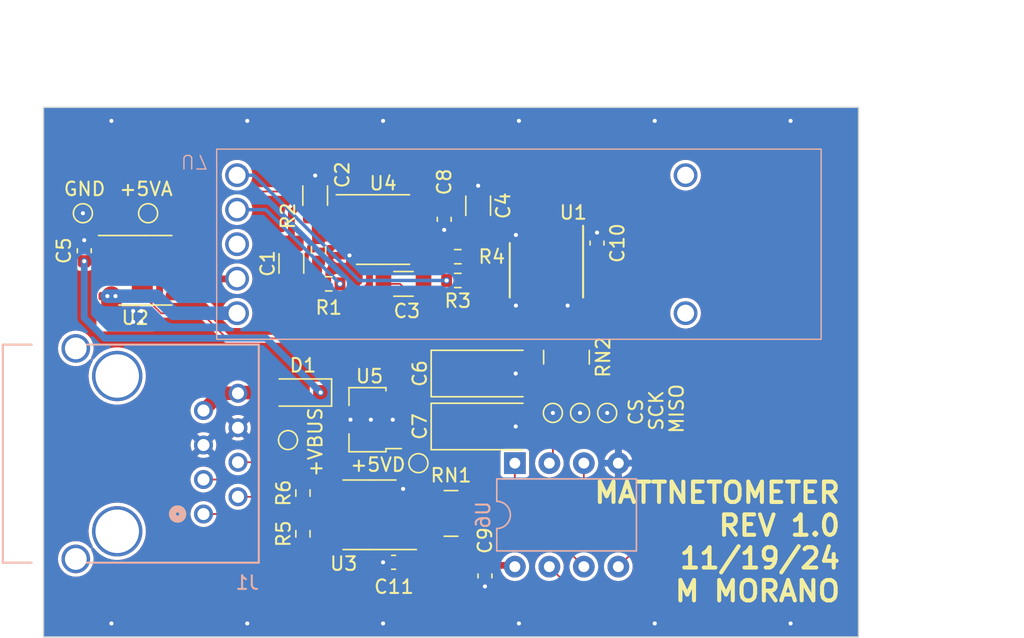
<source format=kicad_pcb>
(kicad_pcb (version 20221018) (generator pcbnew)
  (title_block (title "Magnetometer") (date "2024-07-17") (rev "1.0") (company "M Morano"))
  (layers (0 "F.Cu" signal) (31 "B.Cu" signal) (34 "B.Paste" user) (35 "F.Paste" user) (36 "B.SilkS" user "B.Silkscreen") (37 "F.SilkS" user "F.Silkscreen") (38 "B.Mask" user) (39 "F.Mask" user) (44 "Edge.Cuts" user))
  (net 0 "")
  (net 1 "VBUS")
  (net 2 "Net-(C1-Pad2)")
  (net 3 "Net-(U1-REF-)")
  (net 4 "GNDA")
  (net 5 "Net-(U7-OUT+)")
  (net 6 "+5VD")
  (net 7 "/DI")
  (net 8 "/SCK")
  (net 9 "/DO")
  (net 10 "/~{CS}")
  (net 11 "Net-(U4A-+)")
  (net 12 "Net-(U1-IN+)")
  (net 13 "Net-(C3-Pad2)")
  (net 14 "/RX")
  (net 15 "Net-(RN1B-R2.1)")
  (net 16 "Net-(U4B-+)")
  (net 17 "Net-(U1-IN-)")
  (net 18 "Net-(U7-OUT-)")
  (net 20 "/+5VA    ")
  (net 26 "/A")
  (net 27 "/B")
  (net 28 "/Z")
  (net 29 "/Y")
  (net 32 "Net-(D1-A)")
  (net 35 "Net-(RN2C-R3.2)")
  (net 36 "Net-(RN2B-R2.2)")
  (net 37 "Net-(RN2A-R1.2)")
  (net 38 "Net-(RN1C-R3.1)")
  (net 39 "Net-(RN1A-R1.2)")
  (footprint "TestPoint:TestPoint_Pad_D1.0mm" (layer "F.Cu") (at 169.5 83.5)
    (fp_text reference "TP2" hide)
    (fp_text value "SCK")
    (pad "1" smd circle locked (at 0 0) (size 1 1) (layers "F.Cu" "F.Mask") (net 8 "/SCK"))
  )
  (footprint "Capacitor_SMD:C_1206_3216Metric" (layer "F.Cu") (at 162 68.25 -90)
    (fp_text reference "C4" (at 0 -1.85 90) (layer "F.SilkS"))
    (fp_text value "470n")
    (pad "1" smd roundrect locked (at -1.475 0 270) (size 1.15 1.8) (layers "F.Cu" "F.Paste" "F.Mask") (roundrect_rratio 0.2173913043) (net 4 "GNDA"))
    (pad "2" smd roundrect locked (at 1.475 0 270) (size 1.15 1.8) (layers "F.Cu" "F.Paste" "F.Mask") (roundrect_rratio 0.2173913043) (net 16 "Net-(U4B-+)"))
  )
  (footprint "Resistor_SMD:R_Array_Convex_4x0603" (layer "F.Cu") (at 160 90.9)
    (fp_text reference "RN1" (at 0 -2.8) (layer "F.SilkS"))
    (fp_text value "1k")
    (pad "1" smd rect locked (at -0.9 -1.2) (size 0.8 0.5) (layers "F.Cu" "F.Paste" "F.Mask") (net 6 "+5VD"))
    (pad "2" smd rect locked (at -0.9 -0.4) (size 0.8 0.4) (layers "F.Cu" "F.Paste" "F.Mask") (net 15 "Net-(RN1B-R2.1)"))
    (pad "3" smd rect locked (at -0.9 0.4) (size 0.8 0.4) (layers "F.Cu" "F.Paste" "F.Mask") (net 38 "Net-(RN1C-R3.1)"))
    (pad "4" smd rect locked (at -0.9 1.2) (size 0.8 0.5) (layers "F.Cu" "F.Paste" "F.Mask"))
    (pad "5" smd rect locked (at 0.9 1.2) (size 0.8 0.5) (layers "F.Cu" "F.Paste" "F.Mask"))
    (pad "6" smd rect locked (at 0.9 0.4) (size 0.8 0.4) (layers "F.Cu" "F.Paste" "F.Mask") (net 14 "/RX"))
    (pad "7" smd rect locked (at 0.9 -0.4) (size 0.8 0.4) (layers "F.Cu" "F.Paste" "F.Mask") (net 9 "/DO"))
    (pad "8" smd rect locked (at 0.9 -1.2) (size 0.8 0.5) (layers "F.Cu" "F.Paste" "F.Mask") (net 39 "Net-(RN1A-R1.2)"))
  )
  (footprint "TestPoint:TestPoint_Pad_D1.0mm" (layer "F.Cu") (at 157.6 87.2)
    (fp_text reference "TP7" hide)
    (fp_text value "+5VD")
    (pad "1" smd circle locked (at 0 0) (size 1 1) (layers "F.Cu" "F.Mask") (net 6 "+5VD"))
  )
  (footprint "TestPoint:TestPoint_Pad_D1.0mm" (layer "F.Cu") (at 132.9 68.8)
    (fp_text reference "TP6" hide)
    (fp_text value "GND")
    (pad "1" smd circle locked (at 0 0) (size 1 1) (layers "F.Cu" "F.Mask") (net 4 "GNDA"))
  )
  (footprint "Resistor_SMD:R_0603_1608Metric" (layer "F.Cu") (at 149.1 89.4 90)
    (fp_text reference "R6" (at 0 -1.43 90) (layer "F.SilkS"))
    (fp_text value "120")
    (pad "1" smd roundrect locked (at -0.825 0 90) (size 0.8 0.95) (layers "F.Cu" "F.Paste" "F.Mask") (net 28 "/Z"))
    (pad "2" smd roundrect locked (at 0.825 0 90) (size 0.8 0.95) (layers "F.Cu" "F.Paste" "F.Mask") (net 29 "/Y"))
  )
  (footprint "Capacitor_SMD:C_0603_1608Metric" (layer "F.Cu") (at 155.775 94.5 180)
    (fp_text reference "C11" (at -0.025 -1.8) (layer "F.SilkS"))
    (fp_text value "100n")
    (pad "1" smd roundrect locked (at -0.775 0 180) (size 0.9 0.95) (layers "F.Cu" "F.Paste" "F.Mask") (net 6 "+5VD"))
    (pad "2" smd roundrect locked (at 0.775 0 180) (size 0.9 0.95) (layers "F.Cu" "F.Paste" "F.Mask") (net 4 "GNDA"))
  )
  (footprint "Capacitor_SMD:C_1206_3216Metric" (layer "F.Cu") (at 150 67.5 90)
    (fp_text reference "C2" (at 1.525 2 90) (layer "F.SilkS"))
    (fp_text value "470n")
    (pad "1" smd roundrect locked (at -1.475 0 90) (size 1.15 1.8) (layers "F.Cu" "F.Paste" "F.Mask") (roundrect_rratio 0.2173913043) (net 11 "Net-(U4A-+)"))
    (pad "2" smd roundrect locked (at 1.475 0 90) (size 1.15 1.8) (layers "F.Cu" "F.Paste" "F.Mask") (roundrect_rratio 0.2173913043) (net 4 "GNDA"))
  )
  (footprint "Capacitor_SMD:C_1206_3216Metric" (layer "F.Cu") (at 156.5 74)
    (fp_text reference "C3" (at 0.25 2) (layer "F.SilkS"))
    (fp_text value "470n")
    (pad "1" smd roundrect locked (at -1.475 0) (size 1.15 1.8) (layers "F.Cu" "F.Paste" "F.Mask") (roundrect_rratio 0.2173913043) (net 12 "Net-(U1-IN+)"))
    (pad "2" smd roundrect locked (at 1.475 0) (size 1.15 1.8) (layers "F.Cu" "F.Paste" "F.Mask") (roundrect_rratio 0.2173913043) (net 13 "Net-(C3-Pad2)"))
  )
  (footprint "TestPoint:TestPoint_Pad_D1.0mm" (layer "F.Cu") (at 167.5 83.5)
    (fp_text reference "TP1" hide)
    (fp_text value "~{CS}")
    (pad "1" smd circle locked (at 0 0) (size 1 1) (layers "F.Cu" "F.Mask") (net 10 "/~{CS}"))
  )
  (footprint "Resistor_SMD:R_0603_1608Metric" (layer "F.Cu") (at 150.25 71.5 90)
    (fp_text reference "R2" (at 2.5 -2.25 90) (layer "F.SilkS"))
    (fp_text value "330k")
    (pad "1" smd roundrect locked (at -0.825 0 90) (size 0.8 0.95) (layers "F.Cu" "F.Paste" "F.Mask") (net 2 "Net-(C1-Pad2)"))
    (pad "2" smd roundrect locked (at 0.825 0 90) (size 0.8 0.95) (layers "F.Cu" "F.Paste" "F.Mask") (net 11 "Net-(U4A-+)"))
  )
  (footprint "Package_SO:SSOP-16_3.9x4.9mm_P0.635mm" (layer "F.Cu") (at 167 73 -90)
    (fp_text reference "U1" (at -4.25 -2 -180) (layer "F.SilkS"))
    (fp_text value "LTC2410")
    (pad "1" smd rect locked (at -2.6 -2.2225 270) (size 1.2 0.4) (layers "F.Cu" "F.Paste" "F.Mask") (net 4 "GNDA"))
    (pad "2" smd rect locked (at -2.6 -1.5875 270) (size 1.2 0.4) (layers "F.Cu" "F.Paste" "F.Mask") (net 6 "+5VD"))
    (pad "3" smd rect locked (at -2.6 -0.9525 270) (size 1.2 0.4) (layers "F.Cu" "F.Paste" "F.Mask") (net 20 "/+5VA    "))
    (pad "4" smd rect locked (at -2.6 -0.3175 270) (size 1.2 0.4) (layers "F.Cu" "F.Paste" "F.Mask") (net 3 "Net-(U1-REF-)"))
    (pad "5" smd rect locked (at -2.6 0.3175 270) (size 1.2 0.4) (layers "F.Cu" "F.Paste" "F.Mask") (net 12 "Net-(U1-IN+)"))
    (pad "6" smd rect locked (at -2.6 0.9525 270) (size 1.2 0.4) (layers "F.Cu" "F.Paste" "F.Mask") (net 17 "Net-(U1-IN-)"))
    (pad "7" smd rect locked (at -2.6 1.5875 270) (size 1.2 0.4) (layers "F.Cu" "F.Paste" "F.Mask") (net 4 "GNDA"))
    (pad "8" smd rect locked (at -2.6 2.2225 270) (size 1.2 0.4) (layers "F.Cu" "F.Paste" "F.Mask") (net 4 "GNDA"))
    (pad "9" smd rect locked (at 2.6 2.2225 270) (size 1.2 0.4) (layers "F.Cu" "F.Paste" "F.Mask") (net 4 "GNDA"))
    (pad "10" smd rect locked (at 2.6 1.5875 270) (size 1.2 0.4) (layers "F.Cu" "F.Paste" "F.Mask") (net 4 "GNDA"))
    (pad "11" smd rect locked (at 2.6 0.9525 270) (size 1.2 0.4) (layers "F.Cu" "F.Paste" "F.Mask") (net 37 "Net-(RN2A-R1.2)"))
    (pad "12" smd rect locked (at 2.6 0.3175 270) (size 1.2 0.4) (layers "F.Cu" "F.Paste" "F.Mask") (net 36 "Net-(RN2B-R2.2)"))
    (pad "13" smd rect locked (at 2.6 -0.3175 270) (size 1.2 0.4) (layers "F.Cu" "F.Paste" "F.Mask") (net 35 "Net-(RN2C-R3.2)"))
    (pad "14" smd rect locked (at 2.6 -0.9525 270) (size 1.2 0.4) (layers "F.Cu" "F.Paste" "F.Mask") (net 4 "GNDA"))
    (pad "15" smd rect locked (at 2.6 -1.5875 270) (size 1.2 0.4) (layers "F.Cu" "F.Paste" "F.Mask") (net 4 "GNDA"))
    (pad "16" smd rect locked (at 2.6 -2.2225 270) (size 1.2 0.4) (layers "F.Cu" "F.Paste" "F.Mask") (net 4 "GNDA"))
  )
  (footprint "Capacitor_SMD:C_0603_1608Metric" (layer "F.Cu") (at 133 71.56 90)
    (fp_text reference "C5" (at 0 -1.5 90) (layer "F.SilkS"))
    (fp_text value "0.1u")
    (pad "1" smd roundrect locked (at -0.775 0 90) (size 0.9 0.95) (layers "F.Cu" "F.Paste" "F.Mask") (net 1 "VBUS"))
    (pad "2" smd roundrect locked (at 0.775 0 90) (size 0.9 0.95) (layers "F.Cu" "F.Paste" "F.Mask") (net 4 "GNDA"))
  )
  (footprint "Capacitor_Tantalum_SMD:CP_EIA-6032-28_Kemet-C" (layer "F.Cu") (at 162.3 84.5)
    (fp_text reference "C7" (at -4.6 0 90) (layer "F.SilkS"))
    (fp_text value "47u")
    (pad "1" smd roundrect locked (at -2.4625 0) (size 2.075 2.35) (layers "F.Cu" "F.Paste" "F.Mask") (roundrect_rratio 0.1204819277) (net 6 "+5VD"))
    (pad "2" smd roundrect locked (at 2.4625 0) (size 2.075 2.35) (layers "F.Cu" "F.Paste" "F.Mask") (roundrect_rratio 0.1204819277) (net 4 "GNDA"))
  )
  (footprint "Package_SO:SOIC-8_3.9x4.9mm_P1.27mm" (layer "F.Cu") (at 154 91 180)
    (fp_text reference "U3" (at 1.9 -3.6) (layer "F.SilkS"))
    (fp_text value "SN75179B")
    (pad "1" smd roundrect locked (at -2.475 -1.905 180) (size 1.95 0.6) (layers "F.Cu" "F.Paste" "F.Mask") (net 6 "+5VD"))
    (pad "2" smd roundrect locked (at -2.475 -0.635 180) (size 1.95 0.6) (layers "F.Cu" "F.Paste" "F.Mask") (net 38 "Net-(RN1C-R3.1)"))
    (pad "3" smd roundrect locked (at -2.475 0.635 180) (size 1.95 0.6) (layers "F.Cu" "F.Paste" "F.Mask") (net 15 "Net-(RN1B-R2.1)"))
    (pad "4" smd roundrect locked (at -2.475 1.905 180) (size 1.95 0.6) (layers "F.Cu" "F.Paste" "F.Mask") (net 4 "GNDA"))
    (pad "5" smd roundrect locked (at 2.475 1.905 180) (size 1.95 0.6) (layers "F.Cu" "F.Paste" "F.Mask") (net 29 "/Y"))
    (pad "6" smd roundrect locked (at 2.475 0.635 180) (size 1.95 0.6) (layers "F.Cu" "F.Paste" "F.Mask") (net 28 "/Z"))
    (pad "7" smd roundrect locked (at 2.475 -0.635 180) (size 1.95 0.6) (layers "F.Cu" "F.Paste" "F.Mask") (net 27 "/B"))
    (pad "8" smd roundrect locked (at 2.475 -1.905 180) (size 1.95 0.6) (layers "F.Cu" "F.Paste" "F.Mask") (net 26 "/A"))
  )
  (footprint "Resistor_SMD:R_0603_1608Metric" (layer "F.Cu") (at 151 74 180)
    (fp_text reference "R1" (at 0 -1.75) (layer "F.SilkS"))
    (fp_text value "330k")
    (pad "1" smd roundrect locked (at -0.825 0 180) (size 0.8 0.95) (layers "F.Cu" "F.Paste" "F.Mask") (net 18 "Net-(U7-OUT-)"))
    (pad "2" smd roundrect locked (at 0.825 0 180) (size 0.8 0.95) (layers "F.Cu" "F.Paste" "F.Mask") (net 2 "Net-(C1-Pad2)"))
  )
  (footprint "Capacitor_SMD:C_1206_3216Metric" (layer "F.Cu") (at 148.25 72.5 -90)
    (fp_text reference "C1" (at 0 1.75 90) (layer "F.SilkS"))
    (fp_text value "470n")
    (pad "1" smd roundrect locked (at -1.475 0 270) (size 1.15 1.8) (layers "F.Cu" "F.Paste" "F.Mask") (roundrect_rratio 0.2173913043) (net 17 "Net-(U1-IN-)"))
    (pad "2" smd roundrect locked (at 1.475 0 270) (size 1.15 1.8) (layers "F.Cu" "F.Paste" "F.Mask") (roundrect_rratio 0.2173913043) (net 2 "Net-(C1-Pad2)"))
  )
  (footprint "Resistor_SMD:R_0603_1608Metric" (layer "F.Cu") (at 160.5 72 180)
    (fp_text reference "R4" (at -2.5 0) (layer "F.SilkS"))
    (fp_text value "330k")
    (pad "1" smd roundrect locked (at -0.825 0 180) (size 0.8 0.95) (layers "F.Cu" "F.Paste" "F.Mask") (net 13 "Net-(C3-Pad2)"))
    (pad "2" smd roundrect locked (at 0.825 0 180) (size 0.8 0.95) (layers "F.Cu" "F.Paste" "F.Mask") (net 16 "Net-(U4B-+)"))
  )
  (footprint "TestPoint:TestPoint_Pad_D1.0mm" (layer "F.Cu") (at 148 85.5)
    (fp_text reference "TP5" hide)
    (fp_text value "VBUS")
    (pad "1" smd circle locked (at 0 0) (size 1 1) (layers "F.Cu" "F.Mask") (net 32 "Net-(D1-A)"))
  )
  (footprint "Resistor_SMD:R_0603_1608Metric" (layer "F.Cu") (at 160.5 73.75)
    (fp_text reference "R3" (at 0 1.5) (layer "F.SilkS"))
    (fp_text value "330k")
    (pad "1" smd roundrect locked (at -0.825 0) (size 0.8 0.95) (layers "F.Cu" "F.Paste" "F.Mask") (net 5 "Net-(U7-OUT+)"))
    (pad "2" smd roundrect locked (at 0.825 0) (size 0.8 0.95) (layers "F.Cu" "F.Paste" "F.Mask") (net 13 "Net-(C3-Pad2)"))
  )
  (footprint "Resistor_SMD:R_0603_1608Metric" (layer "F.Cu") (at 149.1 92.4 90)
    (fp_text reference "R5" (at 0 -1.43 90) (layer "F.SilkS"))
    (fp_text value "120")
    (pad "1" smd roundrect locked (at -0.825 0 90) (size 0.8 0.95) (layers "F.Cu" "F.Paste" "F.Mask") (net 26 "/A"))
    (pad "2" smd roundrect locked (at 0.825 0 90) (size 0.8 0.95) (layers "F.Cu" "F.Paste" "F.Mask") (net 27 "/B"))
  )
  (footprint "Capacitor_Tantalum_SMD:CP_EIA-6032-28_Kemet-C" (layer "F.Cu") (at 162.3 80.6)
    (fp_text reference "C6" (at -4.6 0 90) (layer "F.SilkS"))
    (fp_text value "47u")
    (pad "1" smd roundrect locked (at -2.4625 0) (size 2.075 2.35) (layers "F.Cu" "F.Paste" "F.Mask") (roundrect_rratio 0.1204819277) (net 1 "VBUS"))
    (pad "2" smd roundrect locked (at 2.4625 0) (size 2.075 2.35) (layers "F.Cu" "F.Paste" "F.Mask") (roundrect_rratio 0.1204819277) (net 4 "GNDA"))
  )
  (footprint "NetTie:NetTie-2_SMD_Pad0.5mm" (layer "F.Cu") (at 136 76.4)
    (fp_text reference "NT1" hide)
    (fp_text value "~" hide)
    (fp_poly (pts (xy -1 -0.75) (xy 1 -0.75) (xy 1 0.75) (xy -1 0.75)) (fill solid) (layer "F.Cu"))
    (pad "1" smd circle locked (at -1 0) (size 1.5 1.5) (layers "F.Cu") (net 3 "Net-(U1-REF-)"))
    (pad "2" smd circle locked (at 1 0) (size 1.5 1.5) (layers "F.Cu") (net 4 "GNDA"))
  )
  (footprint "Resistor_SMD:R_Array_Convex_4x0603" (layer "F.Cu") (at 168.5 79.4 90)
    (fp_text reference "RN2" (at 0 2.7 90) (layer "F.SilkS"))
    (fp_text value "1k")
    (pad "1" smd rect locked (at -0.9 -1.2 90) (size 0.8 0.5) (layers "F.Cu" "F.Paste" "F.Mask") (net 10 "/~{CS}"))
    (pad "2" smd rect locked (at -0.9 -0.4 90) (size 0.8 0.4) (layers "F.Cu" "F.Paste" "F.Mask") (net 7 "/DI"))
    (pad "3" smd rect locked (at -0.9 0.4 90) (size 0.8 0.4) (layers "F.Cu" "F.Paste" "F.Mask") (net 8 "/SCK"))
    (pad "4" smd rect locked (at -0.9 1.2 90) (size 0.8 0.5) (layers "F.Cu" "F.Paste" "F.Mask"))
    (pad "5" smd rect locked (at 0.9 1.2 90) (size 0.8 0.5) (layers "F.Cu" "F.Paste" "F.Mask"))
    (pad "6" smd rect locked (at 0.9 0.4 90) (size 0.8 0.4) (layers "F.Cu" "F.Paste" "F.Mask") (net 35 "Net-(RN2C-R3.2)"))
    (pad "7" smd rect locked (at 0.9 -0.4 90) (size 0.8 0.4) (layers "F.Cu" "F.Paste" "F.Mask") (net 36 "Net-(RN2B-R2.2)"))
    (pad "8" smd rect locked (at 0.9 -1.2 90) (size 0.8 0.5) (layers "F.Cu" "F.Paste" "F.Mask") (net 37 "Net-(RN2A-R1.2)"))
  )
  (footprint "Package_TO_SOT_SMD:SOT-89-3" (layer "F.Cu") (at 153.85 84 180)
    (fp_text reference "U5" (at -0.15 3.2) (layer "F.SilkS"))
    (fp_text value "L78L05")
    (pad "1" smd rect locked (at -1.95 -1.5 180) (size 1.3 0.9) (layers "F.Cu" "F.Paste" "F.Mask") (net 6 "+5VD"))
    (pad "2" smd custom locked (at -1.8625 0 180) (size 1.475 0.9) (layers "F.Cu" "F.Paste" "F.Mask") (net 4 "GNDA") (options (clearance outline) (anchor rect)) (primitives (gr_poly (pts (xy 3.8625 0.8665) (xy 0.7375 0.8665) (xy 0.7375 -0.8665) (xy 3.8625 -0.8665)) (width 0) (fill yes))))
    (pad "3" smd rect locked (at -1.95 1.5 180) (size 1.3 0.9) (layers "F.Cu" "F.Paste" "F.Mask") (net 1 "VBUS"))
  )
  (footprint "Capacitor_SMD:C_0603_1608Metric" (layer "F.Cu") (at 162.5 95.5 -90)
    (fp_text reference "C9" (at -2.6 0 -90) (layer "F.SilkS"))
    (fp_text value "100n")
    (pad "1" smd roundrect locked (at -0.775 0 270) (size 0.9 0.95) (layers "F.Cu" "F.Paste" "F.Mask") (net 6 "+5VD"))
    (pad "2" smd roundrect locked (at 0.775 0 270) (size 0.9 0.95) (layers "F.Cu" "F.Paste" "F.Mask") (net 4 "GNDA"))
  )
  (footprint "TestPoint:TestPoint_Pad_D1.0mm" (layer "F.Cu") (at 171.5 83.5)
    (fp_text reference "TP3" hide)
    (fp_text value "MISO")
    (pad "1" smd circle locked (at 0 0) (size 1 1) (layers "F.Cu" "F.Mask") (net 7 "/DI"))
  )
  (footprint "Package_SO:SOIC-8_3.9x4.9mm_P1.27mm" (layer "F.Cu") (at 137.5 73)
    (fp_text reference "U2" (at -0.75 3.5) (layer "F.SilkS"))
    (fp_text value "LT1019xN8")
    (pad "1" smd roundrect locked (at -2.475 -1.905) (size 1.95 0.6) (layers "F.Cu" "F.Paste" "F.Mask"))
    (pad "2" smd roundrect locked (at -2.475 -0.635) (size 1.95 0.6) (layers "F.Cu" "F.Paste" "F.Mask") (net 1 "VBUS"))
    (pad "3" smd roundrect locked (at -2.475 0.635) (size 1.95 0.6) (layers "F.Cu" "F.Paste" "F.Mask"))
    (pad "4" smd roundrect locked (at -2.475 1.905) (size 1.95 0.6) (layers "F.Cu" "F.Paste" "F.Mask") (net 3 "Net-(U1-REF-)"))
    (pad "5" smd roundrect locked (at 2.475 1.905) (size 1.95 0.6) (layers "F.Cu" "F.Paste" "F.Mask"))
    (pad "6" smd roundrect locked (at 2.475 0.635) (size 1.95 0.6) (layers "F.Cu" "F.Paste" "F.Mask") (net 20 "/+5VA    "))
    (pad "7" smd roundrect locked (at 2.475 -0.635) (size 1.95 0.6) (layers "F.Cu" "F.Paste" "F.Mask"))
    (pad "8" smd roundrect locked (at 2.475 -1.905) (size 1.95 0.6) (layers "F.Cu" "F.Paste" "F.Mask"))
  )
  (footprint "Capacitor_SMD:C_0603_1608Metric" (layer "F.Cu") (at 159.5 69.25 -90)
    (fp_text reference "C8" (at -2.75 0 90) (layer "F.SilkS"))
    (fp_text value "0.1u")
    (pad "1" smd roundrect locked (at -0.775 0 270) (size 0.9 0.95) (layers "F.Cu" "F.Paste" "F.Mask") (net 20 "/+5VA    "))
    (pad "2" smd roundrect locked (at 0.775 0 270) (size 0.9 0.95) (layers "F.Cu" "F.Paste" "F.Mask") (net 4 "GNDA"))
  )
  (footprint "Diode_SMD:D_SOD-123F" (layer "F.Cu") (at 149 82 180)
    (fp_text reference "D1" (at -0.1 2 180) (layer "F.SilkS"))
    (fp_text value "D_Schottky")
    (pad "1" smd roundrect locked (at -1.4 0 180) (size 1.1 1.1) (layers "F.Cu" "F.Paste" "F.Mask") (roundrect_rratio 0.2272727273) (net 1 "VBUS"))
    (pad "2" smd roundrect locked (at 1.4 0 180) (size 1.1 1.1) (layers "F.Cu" "F.Paste" "F.Mask") (roundrect_rratio 0.2272727273) (net 32 "Net-(D1-A)"))
  )
  (footprint "TestPoint:TestPoint_Pad_D1.0mm" (layer "F.Cu") (at 137.7 68.8)
    (fp_text reference "TP4" hide)
    (fp_text value "+5VA")
    (pad "1" smd circle locked (at 0 0) (size 1 1) (layers "F.Cu" "F.Mask") (net 20 "/+5VA    "))
  )
  (footprint "Capacitor_SMD:C_0603_1608Metric" (layer "F.Cu") (at 170.75 71 90)
    (fp_text reference "C10" (at 0 1.5 90) (layer "F.SilkS"))
    (fp_text value "100n")
    (pad "1" smd roundrect locked (at -0.775 0 90) (size 0.9 0.95) (layers "F.Cu" "F.Paste" "F.Mask") (net 6 "+5VD"))
    (pad "2" smd roundrect locked (at 0.775 0 90) (size 0.9 0.95) (layers "F.Cu" "F.Paste" "F.Mask") (net 4 "GNDA"))
  )
  (footprint "Package_SO:SOIC-8_3.9x4.9mm_P1.27mm" (layer "F.Cu") (at 155 70)
    (fp_text reference "U4" (at 0 -3.4) (layer "F.SilkS"))
    (fp_text value "AD8629")
    (pad "1" smd roundrect locked (at -2.475 -1.905) (size 1.95 0.6) (layers "F.Cu" "F.Paste" "F.Mask") (net 17 "Net-(U1-IN-)"))
    (pad "2" smd roundrect locked (at -2.475 -0.635) (size 1.95 0.6) (layers "F.Cu" "F.Paste" "F.Mask") (net 17 "Net-(U1-IN-)"))
    (pad "3" smd roundrect locked (at -2.475 0.635) (size 1.95 0.6) (layers "F.Cu" "F.Paste" "F.Mask") (net 11 "Net-(U4A-+)"))
    (pad "4" smd roundrect locked (at -2.475 1.905) (size 1.95 0.6) (layers "F.Cu" "F.Paste" "F.Mask") (net 4 "GNDA"))
    (pad "5" smd roundrect locked (at 2.475 1.905) (size 1.95 0.6) (layers "F.Cu" "F.Paste" "F.Mask") (net 16 "Net-(U4B-+)"))
    (pad "6" smd roundrect locked (at 2.475 0.635) (size 1.95 0.6) (layers "F.Cu" "F.Paste" "F.Mask") (net 12 "Net-(U1-IN+)"))
    (pad "7" smd roundrect locked (at 2.475 -0.635) (size 1.95 0.6) (layers "F.Cu" "F.Paste" "F.Mask") (net 12 "Net-(U1-IN+)"))
    (pad "8" smd roundrect locked (at 2.475 -1.905) (size 1.95 0.6) (layers "F.Cu" "F.Paste" "F.Mask") (net 20 "/+5VA    "))
  )
  (footprint "Package_DIP:DIP-8_W7.62mm" (layer "B.Cu") (at 164.7 87.2 -90)
    (fp_text reference "U6" (at 3.81 2.33 90) (layer "B.SilkS") (effects (justify mirror)))
    (fp_text value "ATtiny25-20P")
    (pad "1" thru_hole rect locked (at 0 0 270) (size 1.6 1.6) (drill 0.8) (layers "*.Cu" "*.Mask") (net 39 "Net-(RN1A-R1.2)"))
    (pad "2" thru_hole oval locked (at 0 -2.54 270) (size 1.6 1.6) (drill 0.8) (layers "*.Cu" "*.Mask") (net 10 "/~{CS}"))
    (pad "3" thru_hole oval locked (at 0 -5.08 270) (size 1.6 1.6) (drill 0.8) (layers "*.Cu" "*.Mask") (net 14 "/RX"))
    (pad "4" thru_hole oval locked (at 0 -7.62 270) (size 1.6 1.6) (drill 0.8) (layers "*.Cu" "*.Mask") (net 4 "GNDA"))
    (pad "5" thru_hole oval locked (at 7.62 -7.62 270) (size 1.6 1.6) (drill 0.8) (layers "*.Cu" "*.Mask") (net 7 "/DI"))
    (pad "6" thru_hole oval locked (at 7.62 -5.08 270) (size 1.6 1.6) (drill 0.8) (layers "*.Cu" "*.Mask") (net 9 "/DO"))
    (pad "7" thru_hole oval locked (at 7.62 -2.54 270) (size 1.6 1.6) (drill 0.8) (layers "*.Cu" "*.Mask") (net 8 "/SCK"))
    (pad "8" thru_hole oval locked (at 7.62 0 270) (size 1.6 1.6) (drill 0.8) (layers "*.Cu" "*.Mask") (net 6 "+5VD"))
  )
  (footprint "Components:rj45" (layer "B.Cu") (at 141.7768 90.945 90)
    (fp_text reference "J1" (at -5.055 3.2232 unlocked) (layer "B.SilkS") (effects (justify mirror)))
    (fp_text value "RJ45")
    (pad "" thru_hole circle locked (at -3.305 -9.4 90) (size 2.1082 2.1082) (drill 1.6002) (layers "*.Cu" "*.Mask"))
    (pad "" thru_hole circle locked (at -1.27 -6.35 90) (size 3.7084 3.7084) (drill 3.2004) (layers "*.Cu" "*.Mask"))
    (pad "" thru_hole circle locked (at 10.16 -6.35 90) (size 3.7084 3.7084) (drill 3.2004) (layers "*.Cu" "*.Mask"))
    (pad "" thru_hole circle locked (at 12.195 -9.4 90) (size 2.1082 2.1082) (drill 1.6002) (layers "*.Cu" "*.Mask"))
    (pad "1" thru_hole circle locked (at 0 0 90) (size 1.397 1.397) (drill 0.889) (layers "*.Cu" "*.Mask") (net 26 "/A"))
    (pad "2" thru_hole circle locked (at 1.27 2.54 90) (size 1.397 1.397) (drill 0.889) (layers "*.Cu" "*.Mask") (net 27 "/B"))
    (pad "3" thru_hole circle locked (at 2.54 0 90) (size 1.397 1.397) (drill 0.889) (layers "*.Cu" "*.Mask") (net 28 "/Z"))
    (pad "4" thru_hole circle locked (at 3.81 2.54 90) (size 1.397 1.397) (drill 0.889) (layers "*.Cu" "*.Mask") (net 29 "/Y"))
    (pad "5" thru_hole circle locked (at 5.08 0 90) (size 1.397 1.397) (drill 0.889) (layers "*.Cu" "*.Mask") (net 4 "GNDA"))
    (pad "6" thru_hole circle locked (at 6.35 2.54 90) (size 1.397 1.397) (drill 0.889) (layers "*.Cu" "*.Mask") (net 4 "GNDA"))
    (pad "7" thru_hole circle locked (at 7.62 0 90) (size 1.397 1.397) (drill 0.889) (layers "*.Cu" "*.Mask") (net 32 "Net-(D1-A)"))
    (pad "8" thru_hole circle locked (at 8.89 2.54 90) (size 1.397 1.397) (drill 0.889) (layers "*.Cu" "*.Mask") (net 32 "Net-(D1-A)"))
  )
  (footprint "Components:FLC100" (layer "B.Cu") (at 144.25 71.08)
    (fp_text reference "U7" (at -3.15 -6.08 180 unlocked) (layer "B.SilkS") (effects (font (thickness 0.1)) (justify mirror)))
    (fp_text value "FLC100")
    (pad "" thru_hole circle locked (at 33.02 -5.08) (size 1.75 1.75) (drill 1.25) (layers "*.Cu" "*.Mask"))
    (pad "" thru_hole circle locked (at 33.02 5.08) (size 1.75 1.75) (drill 1.25) (layers "*.Cu" "*.Mask"))
    (pad "1" thru_hole circle locked (at 0 5.08) (size 1.75 1.75) (drill 1.25) (layers "*.Cu" "*.Mask") (net 3 "Net-(U1-REF-)"))
    (pad "2" thru_hole circle locked (at 0 2.54) (size 1.75 1.75) (drill 1.25) (layers "*.Cu" "*.Mask") (net 20 "/+5VA    "))
    (pad "3" thru_hole circle locked (at 0 0) (size 1.75 1.75) (drill 1.25) (layers "*.Cu" "*.Mask"))
    (pad "4" thru_hole circle locked (at 0 -2.54) (size 1.75 1.75) (drill 1.25) (layers "*.Cu" "*.Mask") (net 18 "Net-(U7-OUT-)"))
    (pad "5" thru_hole circle locked (at 0 -5.08) (size 1.75 1.75) (drill 1.25) (layers "*.Cu" "*.Mask") (net 5 "Net-(U7-OUT+)"))
  )
  (gr_rect locked (start 130 61) (end 190 100) (stroke (width 0.1)) (fill none) (layer "Edge.Cuts"))
  (gr_text locked "SCK" (at 175.7 84.9 90) (layer "F.SilkS") (effects (font (size 1 1)) (justify left bottom)))
  (gr_text locked "+5VA" (at 135.5 67.6) (layer "F.SilkS") (effects (font (size 1 1)) (justify left bottom)))
  (gr_text locked "MISO" (at 177.2 85.1 90) (layer "F.SilkS") (effects (font (size 1 1)) (justify left bottom)))
  (gr_text locked "CS" (at 174.2 84.5 90) (layer "F.SilkS") (effects (font (size 1 1)) (justify left bottom)))
  (gr_text locked "+5VD" (at 152.5 87.9) (layer "F.SilkS") (effects (font (size 1 1)) (justify left bottom)))
  (gr_text locked "+VBUS" (at 150.6 88.3 90) (layer "F.SilkS") (effects (font (size 1 1)) (justify left bottom)))
  (gr_text locked "GND" (at 131.4 67.6) (layer "F.SilkS") (effects (font (size 1 1)) (justify left bottom)))
  (gr_text locked "MATTNETOMETER\nREV 1.0\n11/19/24\nM MORANO" (at 188.8 97.5) (layer "F.SilkS") (effects (font (size 1.5 1.5) (thickness 0.3) bold) (justify right bottom)))
  (segment locked (start 157.7 80.6) (end 159.8375 80.6) (width 1) (layer "F.Cu") (net 1))
  (segment locked (start 156.3 82) (end 157.7 80.6) (width 1) (layer "F.Cu") (net 1))
  (segment locked (start 150.4 82) (end 156.3 82) (width 1) (layer "F.Cu") (net 1))
  (segment locked (start 135.025 72.365) (end 133.14 72.365) (width 0.5) (layer "F.Cu") (net 1))
  (via locked (at 150.4 82) (size 0.5) (drill 0.3) (layers "F.Cu" "B.Cu") (net 1))
  (via locked (at 133 72.335) (size 0.5) (drill 0.3) (layers "F.Cu" "B.Cu") (net 1))
  (segment locked (start 133 72.335) (end 133 76.5) (width 0.5) (layer "B.Cu") (net 1))
  (segment locked (start 146.4 78) (end 150.4 82) (width 0.5) (layer "B.Cu") (net 1))
  (segment locked (start 133 76.5) (end 134.5 78) (width 0.5) (layer "B.Cu") (net 1))
  (segment locked (start 134.5 78) (end 146.4 78) (width 0.5) (layer "B.Cu") (net 1))
  (segment locked (start 150.25 72.325) (end 150.25 73.925) (width 0.5) (layer "F.Cu") (net 2))
  (segment locked (start 148.25 73.975) (end 150.15 73.975) (width 0.5) (layer "F.Cu") (net 2))
  (segment locked (start 138.6685 76.1685) (end 137.405 74.905) (width 0.127) (layer "F.Cu") (net 3))
  (segment locked (start 157.303052 75.5155) (end 157.287552 75.5) (width 0.127) (layer "F.Cu") (net 3))
  (segment locked (start 164.935448 71.827) (end 161.246948 75.5155) (width 0.127) (layer "F.Cu") (net 3))
  (segment locked (start 135 76.4) (end 135 74.93) (width 1.5) (layer "F.Cu") (net 3))
  (segment locked (start 161.246948 75.5155) (end 157.303052 75.5155) (width 0.127) (layer "F.Cu") (net 3))
  (segment locked (start 141.642302 76.1685) (end 138.6685 76.1685) (width 0.127) (layer "F.Cu") (net 3))
  (segment locked (start 167.3175 70.4) (end 167.3175 70.954448) (width 0.127) (layer "F.Cu") (net 3))
  (segment locked (start 167.3175 70.954448) (end 166.444948 71.827) (width 0.127) (layer "F.Cu") (net 3))
  (segment locked (start 166.444948 71.827) (end 164.935448 71.827) (width 0.127) (layer "F.Cu") (net 3))
  (segment locked (start 143.487302 78.0135) (end 141.642302 76.1685) (width 0.127) (layer "F.Cu") (net 3))
  (segment locked (start 135.025 76.375) (end 135 76.4) (width 1.5) (layer "F.Cu") (net 3))
  (segment locked (start 150.812698 78.0135) (end 143.487302 78.0135) (width 0.127) (layer "F.Cu") (net 3))
  (segment locked (start 153.326198 75.5) (end 150.812698 78.0135) (width 0.127) (layer "F.Cu") (net 3))
  (segment locked (start 135 74.93) (end 135.025 74.905) (width 0.5) (layer "F.Cu") (net 3))
  (segment locked (start 157.287552 75.5) (end 153.326198 75.5) (width 0.127) (layer "F.Cu") (net 3))
  (segment locked (start 137.405 74.905) (end 135.025 74.905) (width 0.127) (layer "F.Cu") (net 3))
  (via locked (at 135.3 74.9) (size 0.5) (drill 0.3) (layers "F.Cu" "B.Cu") (net 3))
  (via locked (at 134.7 74.9) (size 0.5) (drill 0.3) (layers "F.Cu" "B.Cu") (net 3))
  (segment locked (start 134.705 74.905) (end 134.7 74.9) (width 1) (layer "B.Cu") (net 3))
  (segment locked (start 144.25 76.16) (end 139.56 76.16) (width 1) (layer "B.Cu") (net 3))
  (segment locked (start 139.56 76.16) (end 138.305 74.905) (width 1) (layer "B.Cu") (net 3))
  (segment locked (start 138.305 74.905) (end 134.705 74.905) (width 1) (layer "B.Cu") (net 3))
  (segment locked (start 169.2225 75.6) (end 168.5875 75.6) (width 0.254) (layer "F.Cu") (net 4))
  (segment locked (start 169.3975 70.225) (end 169.2375 70.385) (width 0.5) (layer "F.Cu") (net 4))
  (segment locked (start 170.75 70.225) (end 169.3975 70.225) (width 0.5) (layer "F.Cu") (net 4))
  (segment locked (start 164.7775 75.6) (end 165.4125 75.6) (width 0.254) (layer "F.Cu") (net 4))
  (segment locked (start 164.7775 70.4) (end 165.3975 70.4) (width 0.5) (layer "F.Cu") (net 4))
  (segment locked (start 168.5875 75.6) (end 167.9525 75.6) (width 0.254) (layer "F.Cu") (net 4))
  (segment locked (start 169.2375 70.385) (end 169.2375 70.4) (width 0.5) (layer "F.Cu") (net 4))
  (via locked (at 185 62) (size 0.5) (drill 0.3) (layers "F.Cu" "B.Cu") (net 4))
  (via locked (at 145 62) (size 0.5) (drill 0.3) (layers "F.Cu" "B.Cu") (net 4))
  (via locked (at 133 70.785) (size 0.5) (drill 0.3) (layers "F.Cu" "B.Cu") (net 4))
  (via locked (at 168.5875 75.6) (size 0.5) (drill 0.3) (layers "F.Cu" "B.Cu") (net 4))
  (via locked (at 175 62) (size 0.5) (drill 0.3) (layers "F.Cu" "B.Cu") (net 4))
  (via locked (at 152.525 71.905) (size 0.5) (drill 0.3) (layers "F.Cu" "B.Cu") (net 4))
  (via locked (at 164.7625 84.5) (size 0.5) (drill 0.3) (layers "F.Cu" "B.Cu") (net 4))
  (via locked (at 135 99) (size 0.5) (drill 0.3) (layers "F.Cu" "B.Cu") (net 4))
  (via locked (at 170.75 70.225) (size 0.5) (drill 0.3) (layers "F.Cu" "B.Cu") (net 4))
  (via locked (at 137.2 76) (size 0.5) (drill 0.3) (layers "F.Cu" "B.Cu") (net 4))
  (via locked (at 132.9 68.8) (size 0.5) (drill 0.3) (layers "F.Cu" "B.Cu") (net 4))
  (via locked (at 185 99) (size 0.5) (drill 0.3) (layers "F.Cu" "B.Cu") (net 4))
  (via locked (at 165 99) (size 0.5) (drill 0.3) (layers "F.Cu" "B.Cu") (net 4))
  (via locked (at 155.7125 84) (size 0.5) (drill 0.3) (layers "F.Cu" "B.Cu") (net 4))
  (via locked (at 152.6 84) (size 0.5) (drill 0.3) (layers "F.Cu" "B.Cu") (net 4))
  (via locked (at 175 99) (size 0.5) (drill 0.3) (layers "F.Cu" "B.Cu") (net 4))
  (via locked (at 155 94.5) (size 0.5) (drill 0.3) (layers "F.Cu" "B.Cu") (net 4))
  (via locked (at 155 62) (size 0.5) (drill 0.3) (layers "F.Cu" "B.Cu") (net 4))
  (via locked (at 165 62) (size 0.5) (drill 0.3) (layers "F.Cu" "B.Cu") (net 4))
  (via locked (at 136.6 76) (size 0.5) (drill 0.3) (layers "F.Cu" "B.Cu") (net 4))
  (via locked (at 145 99) (size 0.5) (drill 0.3) (layers "F.Cu" "B.Cu") (net 4))
  (via locked (at 150 66.025) (size 0.5) (drill 0.3) (layers "F.Cu" "B.Cu") (net 4))
  (via locked (at 162 66.775) (size 0.5) (drill 0.3) (layers "F.Cu" "B.Cu") (net 4))
  (via locked (at 159.5 70.025) (size 0.5) (drill 0.3) (layers "F.Cu" "B.Cu") (net 4))
  (via locked (at 156.475 89.095) (size 0.5) (drill 0.3) (layers "F.Cu" "B.Cu") (net 4))
  (via locked (at 164.7625 80.6) (size 0.5) (drill 0.3) (layers "F.Cu" "B.Cu") (net 4))
  (via locked (at 137.2 76.8) (size 0.5) (drill 0.3) (layers "F.Cu" "B.Cu") (net 4))
  (via locked (at 136.6 76.8) (size 0.5) (drill 0.3) (layers "F.Cu" "B.Cu") (net 4))
  (via locked (at 164.7775 70.4) (size 0.5) (drill 0.3) (layers "F.Cu" "B.Cu") (net 4))
  (via locked (at 155 99) (size 0.5) (drill 0.3) (layers "F.Cu" "B.Cu") (net 4))
  (via locked (at 135 62) (size 0.5) (drill 0.3) (layers "F.Cu" "B.Cu") (net 4))
  (via locked (at 162.5 96.275) (size 0.5) (drill 0.3) (layers "F.Cu" "B.Cu") (net 4))
  (via locked (at 164.7775 75.6) (size 0.5) (drill 0.3) (layers "F.Cu" "B.Cu") (net 4))
  (via locked (at 154.1 84) (size 0.5) (drill 0.3) (layers "F.Cu" "B.Cu") (net 4))
  (via locked (at 159.675 73.75) (size 0.5) (drill 0.3) (layers "F.Cu" "B.Cu") (net 5))
  (segment locked (start 144.25 66) (end 145.487436 66) (width 0.254) (layer "B.Cu") (net 5))
  (segment locked (start 153.237436 73.75) (end 159.675 73.75) (width 0.254) (layer "B.Cu") (net 5))
  (segment locked (start 145.487436 66) (end 153.237436 73.75) (width 0.254) (layer "B.Cu") (net 5))
  (segment locked (start 154.6 85.9) (end 154.6 92.6) (width 0.5) (layer "F.Cu") (net 6))
  (segment locked (start 164.1975 74.48) (end 161.5 77.1775) (width 0.5) (layer "F.Cu") (net 6))
  (segment locked (start 156.55 94.5) (end 156.55 92.98) (width 0.5) (layer "F.Cu") (net 6))
  (segment locked (start 168.6 74.48) (end 164.1975 74.48) (width 0.5) (layer "F.Cu") (net 6))
  (segment locked (start 159.1 89.7) (end 159.1 88.7) (width 0.127) (layer "F.Cu") (net 6))
  (segment locked (start 157.5 85.5) (end 157.5 87.1) (width 0.254) (layer "F.Cu") (net 6))
  (segment locked (start 159.1 88.7) (end 157.6 87.2) (width 0.127) (layer "F.Cu") (net 6))
  (segment locked (start 168.6 71.775) (end 168.6 74.48) (width 0.5) (layer "F.Cu") (net 6))
  (segment locked (start 156.55 94.5) (end 162.275 94.5) (width 0.5) (layer "F.Cu") (net 6))
  (segment locked (start 161.5 82.8375) (end 159.8375 84.5) (width 0.5) (layer "F.Cu") (net 6))
  (segment locked (start 156.55 92.98) (end 156.475 92.905) (width 0.5) (layer "F.Cu") (net 6))
  (segment locked (start 168.5875 71.7625) (end 168.6 71.775) (width 0.25) (layer "F.Cu") (net 6))
  (segment locked (start 154.6 92.6) (end 154.98 92.98) (width 0.5) (layer "F.Cu") (net 6))
  (segment locked (start 161.5 77.1775) (end 161.5 82.8375) (width 0.5) (layer "F.Cu") (net 6))
  (segment locked (start 154.98 92.98) (end 156.55 92.98) (width 0.5) (layer "F.Cu") (net 6))
  (segment locked (start 168.5875 70.4) (end 168.5875 71.7625) (width 0.254) (layer "F.Cu") (net 6))
  (segment locked (start 159.8375 84.5) (end 158.8375 85.5) (width 1) (layer "F.Cu") (net 6))
  (segment locked (start 162.275 94.5) (end 162.5 94.725) (width 0.5) (layer "F.Cu") (net 6))
  (segment locked (start 164.605 94.725) (end 164.7 94.82) (width 0.5) (layer "F.Cu") (net 6))
  (segment locked (start 157.5 85.5) (end 155.8 85.5) (width 1) (layer "F.Cu") (net 6))
  (segment locked (start 158.8375 85.5) (end 157.5 85.5) (width 1) (layer "F.Cu") (net 6))
  (segment locked (start 168.6 71.775) (end 170.75 71.775) (width 0.5) (layer "F.Cu") (net 6))
  (segment locked (start 162.5 94.725) (end 164.605 94.725) (width 0.5) (layer "F.Cu") (net 6))
  (segment locked (start 155.8 85.5) (end 155 85.5) (width 0.5) (layer "F.Cu") (net 6))
  (segment locked (start 155 85.5) (end 154.6 85.9) (width 0.5) (layer "F.Cu") (net 6))
  (segment locked (start 171.5 83.5) (end 173.3835 85.3835) (width 0.127) (layer "F.Cu") (net 7))
  (segment locked (start 170.4 79.4) (end 171.5 80.5) (width 0.127) (layer "F.Cu") (net 7))
  (segment locked (start 168.1 79.5) (end 168.2 79.4) (width 0.127) (layer "F.Cu") (net 7))
  (segment locked (start 168.1 80.3) (end 168.1 79.5) (width 0.127) (layer "F.Cu") (net 7))
  (segment locked (start 171.5 80.5) (end 171.5 83.5) (width 0.127) (layer "F.Cu") (net 7))
  (segment locked (start 173.3835 93.7565) (end 172.32 94.82) (width 0.127) (layer "F.Cu") (net 7))
  (segment locked (start 168.2 79.4) (end 170.4 79.4) (width 0.127) (layer "F.Cu") (net 7))
  (segment locked (start 173.3835 85.3835) (end 173.3835 93.7565) (width 0.127) (layer "F.Cu") (net 7))
  (via (at 171.5 83.5) (size 0.5) (drill 0.3) (layers "F.Cu" "B.Cu") (net 7))
  (segment locked (start 169.5 83.5) (end 171 85) (width 0.127) (layer "F.Cu") (net 8))
  (segment locked (start 170.5 96.2) (end 168.62 96.2) (width 0.127) (layer "F.Cu") (net 8))
  (segment locked (start 171 95.7) (end 170.5 96.2) (width 0.127) (layer "F.Cu") (net 8))
  (segment locked (start 168.9 80.3) (end 168.9 82.9) (width 0.127) (layer "F.Cu") (net 8))
  (segment locked (start 171 85) (end 171 95.7) (width 0.127) (layer "F.Cu") (net 8))
  (segment locked (start 168.62 96.2) (end 167.24 94.82) (width 0.127) (layer "F.Cu") (net 8))
  (segment locked (start 168.9 82.9) (end 169.5 83.5) (width 0.127) (layer "F.Cu") (net 8))
  (via (at 169.5 83.5) (size 0.5) (drill 0.3) (layers "F.Cu" "B.Cu") (net 8))
  (segment locked (start 160 90.8) (end 160 92.5) (width 0.127) (layer "F.Cu") (net 9))
  (segment locked (start 167.86 92.9) (end 169.78 94.82) (width 0.127) (layer "F.Cu") (net 9))
  (segment locked (start 160.9 90.5) (end 160.3 90.5) (width 0.127) (layer "F.Cu") (net 9))
  (segment locked (start 160.4 92.9) (end 167.86 92.9) (width 0.127) (layer "F.Cu") (net 9))
  (segment locked (start 160 92.5) (end 160.4 92.9) (width 0.127) (layer "F.Cu") (net 9))
  (segment locked (start 160.3 90.5) (end 160 90.8) (width 0.127) (layer "F.Cu") (net 9))
  (segment locked (start 167.5 83.5) (end 167.5 86.94) (width 0.127) (layer "F.Cu") (net 10))
  (segment locked (start 167.5 86.94) (end 167.24 87.2) (width 0.127) (layer "F.Cu") (net 10))
  (segment locked (start 167.3 80.3) (end 167.3 83.3) (width 0.127) (layer "F.Cu") (net 10))
  (segment locked (start 167.3 83.3) (end 167.5 83.5) (width 0.127) (layer "F.Cu") (net 10))
  (via (at 167.5 83.5) (size 0.5) (drill 0.3) (layers "F.Cu" "B.Cu") (net 10))
  (segment locked (start 152.525 70.635) (end 150.29 70.635) (width 0.5) (layer "F.Cu") (net 11))
  (segment locked (start 150 68.975) (end 150 70.425) (width 0.5) (layer "F.Cu") (net 11))
  (segment locked (start 150 70.425) (end 150.25 70.675) (width 0.5) (layer "F.Cu") (net 11))
  (segment locked (start 161.1115 75.1885) (end 157.4385 75.1885) (width 0.127) (layer "F.Cu") (net 12))
  (segment locked (start 157.475 70.635) (end 157.475 69.365) (width 0.5) (layer "F.Cu") (net 12))
  (segment locked (start 156.25 74) (end 155.025 74) (width 0.127) (layer "F.Cu") (net 12))
  (segment locked (start 156.4 70.6) (end 155.025 71.975) (width 0.5) (layer "F.Cu") (net 12))
  (segment locked (start 166.6825 70.4) (end 166.6825 71.127) (width 0.127) (layer "F.Cu") (net 12))
  (segment locked (start 156.886472 70.6) (end 156.4 70.6) (width 0.5) (layer "F.Cu") (net 12))
  (segment locked (start 155.025 71.975) (end 155.025 74) (width 0.5) (layer "F.Cu") (net 12))
  (segment locked (start 166.3095 71.5) (end 164.8 71.5) (width 0.127) (layer "F.Cu") (net 12))
  (segment locked (start 164.8 71.5) (end 161.1115 75.1885) (width 0.127) (layer "F.Cu") (net 12))
  (segment locked (start 157.4385 75.1885) (end 156.25 74) (width 0.127) (layer "F.Cu") (net 12))
  (segment locked (start 166.6825 71.127) (end 166.3095 71.5) (width 0.127) (layer "F.Cu") (net 12))
  (segment locked (start 158.65 74.675) (end 157.975 74) (width 0.5) (layer "F.Cu") (net 13))
  (segment locked (start 161.325 72) (end 161.325 73.75) (width 0.5) (layer "F.Cu") (net 13))
  (segment locked (start 161.325 73.75) (end 160.4 74.675) (width 0.5) (layer "F.Cu") (net 13))
  (segment locked (start 160.4 74.675) (end 158.65 74.675) (width 0.5) (layer "F.Cu") (net 13))
  (segment locked (start 169.78 90.12) (end 169.78 87.2) (width 0.127) (layer "F.Cu") (net 14))
  (segment locked (start 168.6 91.3) (end 169.78 90.12) (width 0.127) (layer "F.Cu") (net 14))
  (segment locked (start 160.9 91.3) (end 168.6 91.3) (width 0.127) (layer "F.Cu") (net 14))
  (segment locked (start 157.865 90.365) (end 158 90.5) (width 0.127) (layer "F.Cu") (net 15))
  (segment locked (start 158 90.5) (end 159.1 90.5) (width 0.127) (layer "F.Cu") (net 15))
  (segment locked (start 156.475 90.365) (end 157.865 90.365) (width 0.127) (layer "F.Cu") (net 15))
  (segment locked (start 159.675 72) (end 157.57 72) (width 0.5) (layer "F.Cu") (net 16))
  (segment locked (start 157.57 72) (end 157.475 71.905) (width 0.5) (layer "F.Cu") (net 16))
  (segment locked (start 161.95 69.725) (end 159.675 72) (width 0.5) (layer "F.Cu") (net 16))
  (segment locked (start 159.7815 67.5315) (end 161.1365 68.8865) (width 0.127) (layer "F.Cu") (net 17))
  (segment locked (start 152.62 68) (end 156.010223 68) (width 0.127) (layer "F.Cu") (net 17))
  (segment locked (start 156.478723 67.5315) (end 159.7815 67.5315) (width 0.127) (layer "F.Cu") (net 17))
  (segment locked (start 165.261 68.8865) (end 166.0475 69.673) (width 0.127) (layer "F.Cu") (net 17))
  (segment locked (start 152.525 69.365) (end 152.525 68.095) (width 0.5) (layer "F.Cu") (net 17))
  (segment locked (start 156.010223 68) (end 156.478723 67.5315) (width 0.127) (layer "F.Cu") (net 17))
  (segment locked (start 152.525 68.095) (end 152.38 67.95) (width 0.5) (layer "F.Cu") (net 17))
  (segment locked (start 152.38 67.95) (end 149.05 67.95) (width 0.5) (layer "F.Cu") (net 17))
  (segment locked (start 161.1365 68.8865) (end 165.261 68.8865) (width 0.127) (layer "F.Cu") (net 17))
  (segment locked (start 148.25 68.75) (end 148.25 71.025) (width 0.5) (layer "F.Cu") (net 17))
  (segment locked (start 149.05 67.95) (end 148.25 68.75) (width 0.5) (layer "F.Cu") (net 17))
  (segment locked (start 166.0475 69.673) (end 166.0475 70.4) (width 0.127) (layer "F.Cu") (net 17))
  (via locked (at 151.825 74) (size 0.5) (drill 0.3) (layers "F.Cu" "B.Cu") (net 18))
  (segment locked (start 144.25 68.54) (end 146.365 68.54) (width 0.254) (layer "B.Cu") (net 18))
  (segment locked (start 146.365 68.54) (end 151.825 74) (width 0.254) (layer "B.Cu") (net 18))
  (segment locked (start 150.6 77.5) (end 154 74.1) (width 0.5) (layer "F.Cu") (net 20))
  (segment locked (start 157.475 68.095) (end 159.12 68.095) (width 0.5) (layer "F.Cu") (net 20))
  (segment locked (start 143.7 77.5) (end 150.6 77.5) (width 0.5) (layer "F.Cu") (net 20))
  (segment locked (start 161.271948 68.5595) (end 166.839 68.5595) (width 0.127) (layer "F.Cu") (net 20))
  (segment locked (start 139.975 73.225) (end 139.75 73) (width 0.127) (layer "F.Cu") (net 20))
  (segment locked (start 144.235 73.635) (end 144.25 73.62) (width 0.5) (layer "F.Cu") (net 20))
  (segment locked (start 139.975 73.635) (end 139.975 73.225) (width 0.127) (layer "F.Cu") (net 20))
  (segment locked (start 138.55 75.303528) (end 138.901472 75.655) (width 0.5) (layer "F.Cu") (net 20))
  (segment locked (start 138.7315 70.5315) (end 142.1 70.5315) (width 0.127) (layer "F.Cu") (net 20))
  (segment locked (start 141.855 75.655) (end 143.7 77.5) (width 0.5) (layer "F.Cu") (net 20))
  (segment locked (start 154 74.1) (end 154 70.8) (width 0.5) (layer "F.Cu") (net 20))
  (segment locked (start 138.75 73.635) (end 138.55 73.835) (width 0.5) (layer "F.Cu") (net 20))
  (segment locked (start 138.7 69.8) (end 138.7 70.737223) (width 0.127) (layer "F.Cu") (net 20))
  (segment locked (start 156.338775 67.2) (end 156.343275 67.2045) (width 0.127) (layer "F.Cu") (net 20))
  (segment locked (start 166.839 68.5595) (end 167.9525 69.673) (width 0.127) (layer "F.Cu") (net 20))
  (segment locked (start 139.975 73.635) (end 144.235 73.635) (width 0.5) (layer "F.Cu") (net 20))
  (segment locked (start 159.12 68.095) (end 159.5 68.475) (width 0.5) (layer "F.Cu") (net 20))
  (segment locked (start 137.7 68.8) (end 138.7 69.8) (width 0.127) (layer "F.Cu") (net 20))
  (segment locked (start 156.343275 67.2045) (end 159.916948 67.2045) (width 0.127) (layer "F.Cu") (net 20))
  (segment locked (start 142.3 70.3315) (end 142.3 67.5) (width 0.127) (layer "F.Cu") (net 20))
  (segment locked (start 139.9 75.655) (end 141.855 75.655) (width 0.5) (layer "F.Cu") (net 20))
  (segment locked (start 154 70.8) (end 156.705 68.095) (width 0.5) (layer "F.Cu") (net 20))
  (segment locked (start 142.3 67.5) (end 142.6 67.2) (width 0.127) (layer "F.Cu") (net 20))
  (segment locked (start 167.9525 69.673) (end 167.9525 70.4) (width 0.127) (layer "F.Cu") (net 20))
  (segment locked (start 139.75 73) (end 139.050223 73) (width 0.127) (layer "F.Cu") (net 20))
  (segment locked (start 156.705 68.095) (end 157.475 68.095) (width 0.5) (layer "F.Cu") (net 20))
  (segment locked (start 138.55 73.835) (end 138.55 75.303528) (width 0.5) (layer "F.Cu") (net 20))
  (segment locked (start 139.975 73.635) (end 138.75 73.635) (width 0.5) (layer "F.Cu") (net 20))
  (segment locked (start 142.1 70.5315) (end 142.3 70.3315) (width 0.127) (layer "F.Cu") (net 20))
  (segment locked (start 139.050223 73) (end 138.7 72.649777) (width 0.127) (layer "F.Cu") (net 20))
  (segment locked (start 142.6 67.2) (end 156.338775 67.2) (width 0.127) (layer "F.Cu") (net 20))
  (segment locked (start 159.916948 67.2045) (end 161.271948 68.5595) (width 0.127) (layer "F.Cu") (net 20))
  (segment locked (start 138.901472 75.655) (end 139.9 75.655) (width 0.5) (layer "F.Cu") (net 20))
  (segment locked (start 138.7 72.649777) (end 138.7 70.737223) (width 0.127) (layer "F.Cu") (net 20))
  (segment locked (start 151.525 92.905) (end 150.345 92.905) (width 0.127) (layer "F.Cu") (net 26))
  (segment locked (start 148.15 93.15) (end 145.945 90.945) (width 0.127) (layer "F.Cu") (net 26))
  (segment locked (start 150.345 92.905) (end 150.1 93.15) (width 0.127) (layer "F.Cu") (net 26))
  (segment locked (start 149.225 93.15) (end 148.15 93.15) (width 0.127) (layer "F.Cu") (net 26))
  (segment locked (start 145.945 90.945) (end 141.7768 90.945) (width 0.127) (layer "F.Cu") (net 26))
  (segment locked (start 150.1 93.15) (end 149.225 93.15) (width 0.127) (layer "F.Cu") (net 26))
  (segment locked (start 151.525 91.635) (end 150.135 91.635) (width 0.127) (layer "F.Cu") (net 27))
  (segment locked (start 146.675 89.675) (end 144.3168 89.675) (width 0.127) (layer "F.Cu") (net 27))
  (segment locked (start 150.135 91.635) (end 150 91.5) (width 0.127) (layer "F.Cu") (net 27))
  (segment locked (start 149.225 91.5) (end 148.5 91.5) (width 0.127) (layer "F.Cu") (net 27))
  (segment locked (start 148.5 91.5) (end 146.675 89.675) (width 0.127) (layer "F.Cu") (net 27))
  (segment locked (start 150 91.5) (end 149.225 91.5) (width 0.127) (layer "F.Cu") (net 27))
  (segment locked (start 146.405 88.405) (end 148.225 90.225) (width 0.127) (layer "F.Cu") (net 28))
  (segment locked (start 148.225 90.225) (end 149.1 90.225) (width 0.127) (layer "F.Cu") (net 28))
  (segment locked (start 150.165 90.365) (end 150.025 90.225) (width 0.127) (layer "F.Cu") (net 28))
  (segment locked (start 150.025 90.225) (end 149.1 90.225) (width 0.127) (layer "F.Cu") (net 28))
  (segment locked (start 141.7768 88.405) (end 146.405 88.405) (width 0.127) (layer "F.Cu") (net 28))
  (segment locked (start 151.525 90.365) (end 150.165 90.365) (width 0.127) (layer "F.Cu") (net 28))
  (segment locked (start 151.525 89.095) (end 150.295 89.095) (width 0.127) (layer "F.Cu") (net 29))
  (segment locked (start 149.1 88.575) (end 148.175 88.575) (width 0.127) (layer "F.Cu") (net 29))
  (segment locked (start 148.175 88.575) (end 146.735 87.135) (width 0.127) (layer "F.Cu") (net 29))
  (segment locked (start 150.295 89.095) (end 149.775 88.575) (width 0.127) (layer "F.Cu") (net 29))
  (segment locked (start 146.735 87.135) (end 144.3168 87.135) (width 0.127) (layer "F.Cu") (net 29))
  (segment locked (start 149.775 88.575) (end 149.1 88.575) (width 0.127) (layer "F.Cu") (net 29))
  (segment locked (start 147.475 83.975) (end 148 84.5) (width 0.254) (layer "F.Cu") (net 32))
  (segment locked (start 143.0468 82.055) (end 141.7768 83.325) (width 1) (layer "F.Cu") (net 32))
  (segment locked (start 148 84.5) (end 148 85.5) (width 0.254) (layer "F.Cu") (net 32))
  (segment locked (start 144.3168 82.055) (end 143.0468 82.055) (width 1) (layer "F.Cu") (net 32))
  (segment locked (start 147.475 82) (end 147.475 83.975) (width 0.254) (layer "F.Cu") (net 32))
  (segment locked (start 147.475 82) (end 144.3718 82) (width 1) (layer "F.Cu") (net 32))
  (segment locked (start 168.9 77) (end 168.9 78.5) (width 0.127) (layer "F.Cu") (net 35))
  (segment locked (start 167.3175 76.4175) (end 167.5 76.6) (width 0.127) (layer "F.Cu") (net 35))
  (segment locked (start 167.3175 75.6) (end 167.3175 76.4175) (width 0.127) (layer "F.Cu") (net 35))
  (segment locked (start 168.5 76.6) (end 168.9 77) (width 0.127) (layer "F.Cu") (net 35))
  (segment locked (start 167.5 76.6) (end 168.5 76.6) (width 0.127) (layer "F.Cu") (net 35))
  (segment locked (start 166.6825 75.6) (end 166.6825 76.6825) (width 0.127) (layer "F.Cu") (net 36))
  (segment locked (start 167.1 77.1) (end 167.8 77.1) (width 0.127) (layer "F.Cu") (net 36))
  (segment locked (start 168.1 77.4) (end 168.1 78.5) (width 0.127) (layer "F.Cu") (net 36))
  (segment locked (start 166.6825 76.6825) (end 167.1 77.1) (width 0.127) (layer "F.Cu") (net 36))
  (segment locked (start 167.8 77.1) (end 168.1 77.4) (width 0.127) (layer "F.Cu") (net 36))
  (segment locked (start 166.0475 75.6) (end 166.0475 77.9475) (width 0.127) (layer "F.Cu") (net 37))
  (segment locked (start 166.6 78.5) (end 167.3 78.5) (width 0.127) (layer "F.Cu") (net 37))
  (segment locked (start 166.0475 77.9475) (end 166.6 78.5) (width 0.127) (layer "F.Cu") (net 37))
  (segment locked (start 157.965 91.635) (end 156.475 91.635) (width 0.127) (layer "F.Cu") (net 38))
  (segment locked (start 158.3 91.3) (end 157.965 91.635) (width 0.127) (layer "F.Cu") (net 38))
  (segment locked (start 159.1 91.3) (end 158.3 91.3) (width 0.127) (layer "F.Cu") (net 38))
  (segment locked (start 163.8 89.7) (end 160.9 89.7) (width 0.127) (layer "F.Cu") (net 39))
  (segment locked (start 164.7 88.8) (end 163.8 89.7) (width 0.127) (layer "F.Cu") (net 39))
  (segment locked (start 164.7 87.2) (end 164.7 88.8) (width 0.127) (layer "F.Cu") (net 39))
  (zone locked (net 0) (net_name "") (layer "F.Cu") (connect_pads (clearance 0)) (min_thickness 0.254)
    (keepout (tracks allowed) (vias allowed) (pads allowed) (copperpour not_allowed) (footprints allowed))
    (fill (thermal_gap 0.25) (thermal_bridge_width 0.5))
    (polygon (pts (xy 133.9 74.1) (xy 136.5 74.1) (xy 136.5 75.2) (xy 138.1 75.2) (xy 138.1 77.5) (xy 133.9 77.5)))
  )
  (zone locked (net 4) (net_name "GNDA") (layer "F.Cu") (priority 2) (connect_pads (clearance 0.254)) (min_thickness 0.25) (fill yes (thermal_gap 0.5) (thermal_bridge_width 0.5))
    (polygon (pts (xy 130 98) (xy 130 100) (xy 190 100) (xy 190 98)))
  )
  (zone locked (net 4) (net_name "GNDA") (layer "F.Cu") (priority 1) (connect_pads (clearance 0.254)) (min_thickness 0.25) (fill yes (thermal_gap 0.5) (thermal_bridge_width 0.5))
    (polygon (pts (xy 130 61) (xy 130 63) (xy 190 63) (xy 190 61)))
  )
  (zone locked (net 4) (net_name "GNDA") (layers "F&B.Cu") (connect_pads (clearance 0.254)) (min_thickness 0.254) (fill yes (thermal_gap 0.25) (thermal_bridge_width 0.5))
    (polygon (pts (xy 130 61) (xy 190 61) (xy 190 100) (xy 130 100)))
  )
)
</source>
